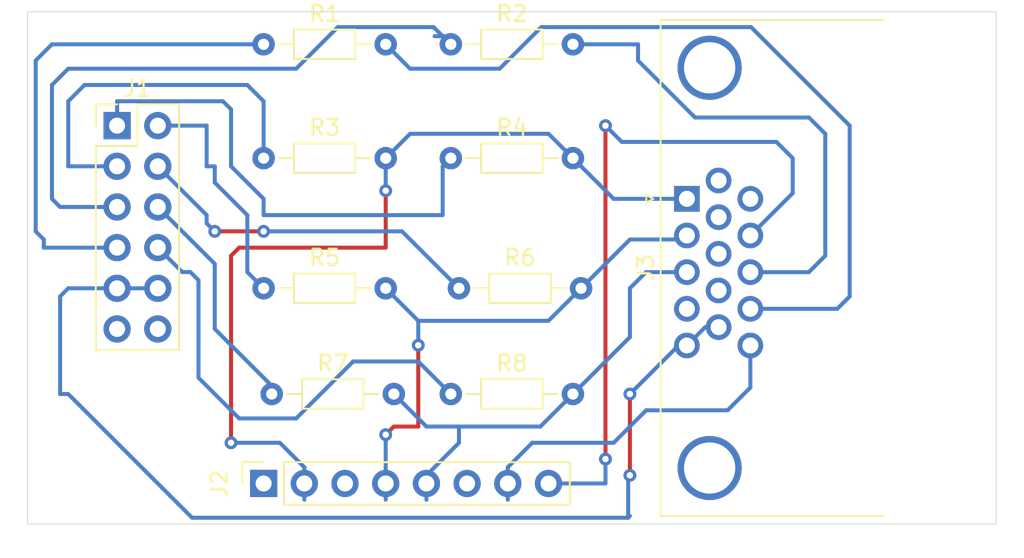
<source format=kicad_pcb>
(kicad_pcb (version 20171130) (host pcbnew 5.1.6-c6e7f7d~86~ubuntu16.04.1)

  (general
    (thickness 1.6)
    (drawings 4)
    (tracks 151)
    (zones 0)
    (modules 11)
    (nets 23)
  )

  (page A4)
  (layers
    (0 F.Cu signal)
    (31 B.Cu signal)
    (32 B.Adhes user)
    (33 F.Adhes user)
    (34 B.Paste user)
    (35 F.Paste user)
    (36 B.SilkS user)
    (37 F.SilkS user)
    (38 B.Mask user)
    (39 F.Mask user)
    (40 Dwgs.User user)
    (41 Cmts.User user)
    (42 Eco1.User user)
    (43 Eco2.User user)
    (44 Edge.Cuts user)
    (45 Margin user)
    (46 B.CrtYd user)
    (47 F.CrtYd user)
    (48 B.Fab user)
    (49 F.Fab user)
  )

  (setup
    (last_trace_width 0.25)
    (trace_clearance 0.25)
    (zone_clearance 0.508)
    (zone_45_only no)
    (trace_min 0.2)
    (via_size 0.8)
    (via_drill 0.4)
    (via_min_size 0.4)
    (via_min_drill 0.3)
    (uvia_size 0.3)
    (uvia_drill 0.1)
    (uvias_allowed no)
    (uvia_min_size 0.2)
    (uvia_min_drill 0.1)
    (edge_width 0.05)
    (segment_width 0.2)
    (pcb_text_width 0.3)
    (pcb_text_size 1.5 1.5)
    (mod_edge_width 0.12)
    (mod_text_size 1 1)
    (mod_text_width 0.15)
    (pad_size 1.524 1.524)
    (pad_drill 0.762)
    (pad_to_mask_clearance 0.05)
    (aux_axis_origin 0 0)
    (visible_elements FFFFFF7F)
    (pcbplotparams
      (layerselection 0x010fc_ffffffff)
      (usegerberextensions false)
      (usegerberattributes true)
      (usegerberadvancedattributes true)
      (creategerberjobfile true)
      (excludeedgelayer true)
      (linewidth 0.100000)
      (plotframeref false)
      (viasonmask false)
      (mode 1)
      (useauxorigin false)
      (hpglpennumber 1)
      (hpglpenspeed 20)
      (hpglpendiameter 15.000000)
      (psnegative false)
      (psa4output false)
      (plotreference true)
      (plotvalue true)
      (plotinvisibletext false)
      (padsonsilk false)
      (subtractmaskfromsilk false)
      (outputformat 1)
      (mirror false)
      (drillshape 1)
      (scaleselection 1)
      (outputdirectory ""))
  )

  (net 0 "")
  (net 1 "Net-(J1-Pad12)")
  (net 2 "Net-(J1-Pad11)")
  (net 3 GND)
  (net 4 "Net-(J1-Pad8)")
  (net 5 "Net-(J1-Pad7)")
  (net 6 "Net-(J1-Pad6)")
  (net 7 "Net-(J1-Pad5)")
  (net 8 "Net-(J1-Pad4)")
  (net 9 "Net-(J1-Pad3)")
  (net 10 "Net-(J1-Pad2)")
  (net 11 "Net-(J1-Pad1)")
  (net 12 "Net-(J2-Pad8)")
  (net 13 "Net-(J2-Pad7)")
  (net 14 "Net-(J2-Pad5)")
  (net 15 "Net-(J2-Pad3)")
  (net 16 "Net-(J2-Pad1)")
  (net 17 "Net-(J3-Pad0)")
  (net 18 "Net-(J3-Pad14)")
  (net 19 "Net-(J3-Pad13)")
  (net 20 "Net-(J3-Pad11)")
  (net 21 "Net-(J3-Pad9)")
  (net 22 "Net-(J3-Pad4)")

  (net_class Default "This is the default net class."
    (clearance 0.25)
    (trace_width 0.25)
    (via_dia 0.8)
    (via_drill 0.4)
    (uvia_dia 0.3)
    (uvia_drill 0.1)
    (add_net GND)
    (add_net "Net-(J1-Pad1)")
    (add_net "Net-(J1-Pad11)")
    (add_net "Net-(J1-Pad12)")
    (add_net "Net-(J1-Pad2)")
    (add_net "Net-(J1-Pad3)")
    (add_net "Net-(J1-Pad4)")
    (add_net "Net-(J1-Pad5)")
    (add_net "Net-(J1-Pad6)")
    (add_net "Net-(J1-Pad7)")
    (add_net "Net-(J1-Pad8)")
    (add_net "Net-(J2-Pad1)")
    (add_net "Net-(J2-Pad3)")
    (add_net "Net-(J2-Pad5)")
    (add_net "Net-(J2-Pad7)")
    (add_net "Net-(J2-Pad8)")
    (add_net "Net-(J3-Pad0)")
    (add_net "Net-(J3-Pad11)")
    (add_net "Net-(J3-Pad13)")
    (add_net "Net-(J3-Pad14)")
    (add_net "Net-(J3-Pad4)")
    (add_net "Net-(J3-Pad9)")
  )

  (module Connector_Dsub:DSUB-15-HD_Female_Horizontal_P2.29x1.98mm_EdgePinOffset8.35mm_Housed_MountingHolesOffset10.89mm (layer F.Cu) (tedit 59FEDEE2) (tstamp 5F5C9BE6)
    (at 193.548 97.536 90)
    (descr "15-pin D-Sub connector, horizontal/angled (90 deg), THT-mount, female, pitch 2.29x1.98mm, pin-PCB-offset 8.35mm, distance of mounting holes 25mm, distance of mounting holes to PCB edge 10.889999999999999mm, see https://disti-assets.s3.amazonaws.com/tonar/files/datasheets/16730.pdf")
    (tags "15-pin D-Sub connector horizontal angled 90deg THT female pitch 2.29x1.98mm pin-PCB-offset 8.35mm mounting-holes-distance 25mm mounting-hole-offset 25mm")
    (path /5F5BB399)
    (fp_text reference J3 (at -4.315 -2.58 90) (layer F.SilkS)
      (effects (font (size 1 1) (thickness 0.15)))
    )
    (fp_text value DB15_Female_HighDensity_MountingHoles (at -4.315 20.21 90) (layer F.Fab)
      (effects (font (size 1 1) (thickness 0.15)))
    )
    (fp_line (start 11.65 -2.1) (end -20.25 -2.1) (layer F.CrtYd) (width 0.05))
    (fp_line (start 11.65 19.25) (end 11.65 -2.1) (layer F.CrtYd) (width 0.05))
    (fp_line (start -20.25 19.25) (end 11.65 19.25) (layer F.CrtYd) (width 0.05))
    (fp_line (start -20.25 -2.1) (end -20.25 19.25) (layer F.CrtYd) (width 0.05))
    (fp_line (start 0 -2.101325) (end -0.25 -2.534338) (layer F.SilkS) (width 0.12))
    (fp_line (start 0.25 -2.534338) (end 0 -2.101325) (layer F.SilkS) (width 0.12))
    (fp_line (start -0.25 -2.534338) (end 0.25 -2.534338) (layer F.SilkS) (width 0.12))
    (fp_line (start 11.17 -1.64) (end 11.17 12.25) (layer F.SilkS) (width 0.12))
    (fp_line (start -19.8 -1.64) (end 11.17 -1.64) (layer F.SilkS) (width 0.12))
    (fp_line (start -19.8 12.25) (end -19.8 -1.64) (layer F.SilkS) (width 0.12))
    (fp_line (start 9.785 12.31) (end 9.785 1.42) (layer F.Fab) (width 0.1))
    (fp_line (start 6.585 12.31) (end 6.585 1.42) (layer F.Fab) (width 0.1))
    (fp_line (start -15.215 12.31) (end -15.215 1.42) (layer F.Fab) (width 0.1))
    (fp_line (start -18.415 12.31) (end -18.415 1.42) (layer F.Fab) (width 0.1))
    (fp_line (start 10.685 12.71) (end 5.685 12.71) (layer F.Fab) (width 0.1))
    (fp_line (start 10.685 17.71) (end 10.685 12.71) (layer F.Fab) (width 0.1))
    (fp_line (start 5.685 17.71) (end 10.685 17.71) (layer F.Fab) (width 0.1))
    (fp_line (start 5.685 12.71) (end 5.685 17.71) (layer F.Fab) (width 0.1))
    (fp_line (start -14.315 12.71) (end -19.315 12.71) (layer F.Fab) (width 0.1))
    (fp_line (start -14.315 17.71) (end -14.315 12.71) (layer F.Fab) (width 0.1))
    (fp_line (start -19.315 17.71) (end -14.315 17.71) (layer F.Fab) (width 0.1))
    (fp_line (start -19.315 12.71) (end -19.315 17.71) (layer F.Fab) (width 0.1))
    (fp_line (start 3.835 12.71) (end -12.465 12.71) (layer F.Fab) (width 0.1))
    (fp_line (start 3.835 18.71) (end 3.835 12.71) (layer F.Fab) (width 0.1))
    (fp_line (start -12.465 18.71) (end 3.835 18.71) (layer F.Fab) (width 0.1))
    (fp_line (start -12.465 12.71) (end -12.465 18.71) (layer F.Fab) (width 0.1))
    (fp_line (start 11.11 12.31) (end -19.74 12.31) (layer F.Fab) (width 0.1))
    (fp_line (start 11.11 12.71) (end 11.11 12.31) (layer F.Fab) (width 0.1))
    (fp_line (start -19.74 12.71) (end 11.11 12.71) (layer F.Fab) (width 0.1))
    (fp_line (start -19.74 12.31) (end -19.74 12.71) (layer F.Fab) (width 0.1))
    (fp_line (start 11.11 -1.58) (end -19.74 -1.58) (layer F.Fab) (width 0.1))
    (fp_line (start 11.11 12.31) (end 11.11 -1.58) (layer F.Fab) (width 0.1))
    (fp_line (start -19.74 12.31) (end 11.11 12.31) (layer F.Fab) (width 0.1))
    (fp_line (start -19.74 -1.58) (end -19.74 12.31) (layer F.Fab) (width 0.1))
    (fp_text user %R (at -4.315 15.71 90) (layer F.Fab)
      (effects (font (size 1 1) (thickness 0.15)))
    )
    (fp_arc (start 8.185 1.42) (end 6.585 1.42) (angle 180) (layer F.Fab) (width 0.1))
    (fp_arc (start -16.815 1.42) (end -18.415 1.42) (angle 180) (layer F.Fab) (width 0.1))
    (pad 0 thru_hole circle (at 8.185 1.42 90) (size 4 4) (drill 3.2) (layers *.Cu *.Mask)
      (net 17 "Net-(J3-Pad0)"))
    (pad 0 thru_hole circle (at -16.815 1.42 90) (size 4 4) (drill 3.2) (layers *.Cu *.Mask)
      (net 17 "Net-(J3-Pad0)"))
    (pad 15 thru_hole circle (at -9.16 3.96 90) (size 1.6 1.6) (drill 1) (layers *.Cu *.Mask)
      (net 13 "Net-(J2-Pad7)"))
    (pad 14 thru_hole circle (at -6.87 3.96 90) (size 1.6 1.6) (drill 1) (layers *.Cu *.Mask)
      (net 18 "Net-(J3-Pad14)"))
    (pad 13 thru_hole circle (at -4.58 3.96 90) (size 1.6 1.6) (drill 1) (layers *.Cu *.Mask)
      (net 19 "Net-(J3-Pad13)"))
    (pad 12 thru_hole circle (at -2.29 3.96 90) (size 1.6 1.6) (drill 1) (layers *.Cu *.Mask)
      (net 12 "Net-(J2-Pad8)"))
    (pad 11 thru_hole circle (at 0 3.96 90) (size 1.6 1.6) (drill 1) (layers *.Cu *.Mask)
      (net 20 "Net-(J3-Pad11)"))
    (pad 10 thru_hole circle (at -8.015 1.98 90) (size 1.6 1.6) (drill 1) (layers *.Cu *.Mask)
      (net 3 GND))
    (pad 9 thru_hole circle (at -5.725 1.98 90) (size 1.6 1.6) (drill 1) (layers *.Cu *.Mask)
      (net 21 "Net-(J3-Pad9)"))
    (pad 8 thru_hole circle (at -3.435 1.98 90) (size 1.6 1.6) (drill 1) (layers *.Cu *.Mask)
      (net 3 GND))
    (pad 7 thru_hole circle (at -1.145 1.98 90) (size 1.6 1.6) (drill 1) (layers *.Cu *.Mask)
      (net 3 GND))
    (pad 6 thru_hole circle (at 1.145 1.98 90) (size 1.6 1.6) (drill 1) (layers *.Cu *.Mask)
      (net 3 GND))
    (pad 5 thru_hole circle (at -9.16 0 90) (size 1.6 1.6) (drill 1) (layers *.Cu *.Mask)
      (net 3 GND))
    (pad 4 thru_hole circle (at -6.87 0 90) (size 1.6 1.6) (drill 1) (layers *.Cu *.Mask)
      (net 22 "Net-(J3-Pad4)"))
    (pad 3 thru_hole circle (at -4.58 0 90) (size 1.6 1.6) (drill 1) (layers *.Cu *.Mask)
      (net 14 "Net-(J2-Pad5)"))
    (pad 2 thru_hole circle (at -2.29 0 90) (size 1.6 1.6) (drill 1) (layers *.Cu *.Mask)
      (net 15 "Net-(J2-Pad3)"))
    (pad 1 thru_hole rect (at 0 0 90) (size 1.6 1.6) (drill 1) (layers *.Cu *.Mask)
      (net 16 "Net-(J2-Pad1)"))
    (model ${KISYS3DMOD}/Connector_Dsub.3dshapes/DSUB-15-HD_Female_Horizontal_P2.29x1.98mm_EdgePinOffset8.35mm_Housed_MountingHolesOffset10.89mm.wrl
      (at (xyz 0 0 0))
      (scale (xyz 1 1 1))
      (rotate (xyz 0 0 0))
    )
  )

  (module Resistor_THT:R_Axial_DIN0204_L3.6mm_D1.6mm_P7.62mm_Horizontal (layer F.Cu) (tedit 5AE5139B) (tstamp 5F5C9C9E)
    (at 178.816 109.728)
    (descr "Resistor, Axial_DIN0204 series, Axial, Horizontal, pin pitch=7.62mm, 0.167W, length*diameter=3.6*1.6mm^2, http://cdn-reichelt.de/documents/datenblatt/B400/1_4W%23YAG.pdf")
    (tags "Resistor Axial_DIN0204 series Axial Horizontal pin pitch 7.62mm 0.167W length 3.6mm diameter 1.6mm")
    (path /5F5BEA3C)
    (fp_text reference R8 (at 3.81 -1.92) (layer F.SilkS)
      (effects (font (size 1 1) (thickness 0.15)))
    )
    (fp_text value 1000 (at 3.81 1.92) (layer F.Fab)
      (effects (font (size 1 1) (thickness 0.15)))
    )
    (fp_line (start 8.57 -1.05) (end -0.95 -1.05) (layer F.CrtYd) (width 0.05))
    (fp_line (start 8.57 1.05) (end 8.57 -1.05) (layer F.CrtYd) (width 0.05))
    (fp_line (start -0.95 1.05) (end 8.57 1.05) (layer F.CrtYd) (width 0.05))
    (fp_line (start -0.95 -1.05) (end -0.95 1.05) (layer F.CrtYd) (width 0.05))
    (fp_line (start 6.68 0) (end 5.73 0) (layer F.SilkS) (width 0.12))
    (fp_line (start 0.94 0) (end 1.89 0) (layer F.SilkS) (width 0.12))
    (fp_line (start 5.73 -0.92) (end 1.89 -0.92) (layer F.SilkS) (width 0.12))
    (fp_line (start 5.73 0.92) (end 5.73 -0.92) (layer F.SilkS) (width 0.12))
    (fp_line (start 1.89 0.92) (end 5.73 0.92) (layer F.SilkS) (width 0.12))
    (fp_line (start 1.89 -0.92) (end 1.89 0.92) (layer F.SilkS) (width 0.12))
    (fp_line (start 7.62 0) (end 5.61 0) (layer F.Fab) (width 0.1))
    (fp_line (start 0 0) (end 2.01 0) (layer F.Fab) (width 0.1))
    (fp_line (start 5.61 -0.8) (end 2.01 -0.8) (layer F.Fab) (width 0.1))
    (fp_line (start 5.61 0.8) (end 5.61 -0.8) (layer F.Fab) (width 0.1))
    (fp_line (start 2.01 0.8) (end 5.61 0.8) (layer F.Fab) (width 0.1))
    (fp_line (start 2.01 -0.8) (end 2.01 0.8) (layer F.Fab) (width 0.1))
    (fp_text user %R (at 3.81 0) (layer F.Fab)
      (effects (font (size 0.72 0.72) (thickness 0.108)))
    )
    (pad 2 thru_hole oval (at 7.62 0) (size 1.4 1.4) (drill 0.7) (layers *.Cu *.Mask)
      (net 14 "Net-(J2-Pad5)"))
    (pad 1 thru_hole circle (at 0 0) (size 1.4 1.4) (drill 0.7) (layers *.Cu *.Mask)
      (net 4 "Net-(J1-Pad8)"))
    (model ${KISYS3DMOD}/Resistor_THT.3dshapes/R_Axial_DIN0204_L3.6mm_D1.6mm_P7.62mm_Horizontal.wrl
      (at (xyz 0 0 0))
      (scale (xyz 1 1 1))
      (rotate (xyz 0 0 0))
    )
  )

  (module Resistor_THT:R_Axial_DIN0204_L3.6mm_D1.6mm_P7.62mm_Horizontal (layer F.Cu) (tedit 5AE5139B) (tstamp 5F5CA7E9)
    (at 167.64 109.728)
    (descr "Resistor, Axial_DIN0204 series, Axial, Horizontal, pin pitch=7.62mm, 0.167W, length*diameter=3.6*1.6mm^2, http://cdn-reichelt.de/documents/datenblatt/B400/1_4W%23YAG.pdf")
    (tags "Resistor Axial_DIN0204 series Axial Horizontal pin pitch 7.62mm 0.167W length 3.6mm diameter 1.6mm")
    (path /5F5BDFAE)
    (fp_text reference R7 (at 3.81 -1.92) (layer F.SilkS)
      (effects (font (size 1 1) (thickness 0.15)))
    )
    (fp_text value 510 (at 3.81 1.92) (layer F.Fab)
      (effects (font (size 1 1) (thickness 0.15)))
    )
    (fp_line (start 8.57 -1.05) (end -0.95 -1.05) (layer F.CrtYd) (width 0.05))
    (fp_line (start 8.57 1.05) (end 8.57 -1.05) (layer F.CrtYd) (width 0.05))
    (fp_line (start -0.95 1.05) (end 8.57 1.05) (layer F.CrtYd) (width 0.05))
    (fp_line (start -0.95 -1.05) (end -0.95 1.05) (layer F.CrtYd) (width 0.05))
    (fp_line (start 6.68 0) (end 5.73 0) (layer F.SilkS) (width 0.12))
    (fp_line (start 0.94 0) (end 1.89 0) (layer F.SilkS) (width 0.12))
    (fp_line (start 5.73 -0.92) (end 1.89 -0.92) (layer F.SilkS) (width 0.12))
    (fp_line (start 5.73 0.92) (end 5.73 -0.92) (layer F.SilkS) (width 0.12))
    (fp_line (start 1.89 0.92) (end 5.73 0.92) (layer F.SilkS) (width 0.12))
    (fp_line (start 1.89 -0.92) (end 1.89 0.92) (layer F.SilkS) (width 0.12))
    (fp_line (start 7.62 0) (end 5.61 0) (layer F.Fab) (width 0.1))
    (fp_line (start 0 0) (end 2.01 0) (layer F.Fab) (width 0.1))
    (fp_line (start 5.61 -0.8) (end 2.01 -0.8) (layer F.Fab) (width 0.1))
    (fp_line (start 5.61 0.8) (end 5.61 -0.8) (layer F.Fab) (width 0.1))
    (fp_line (start 2.01 0.8) (end 5.61 0.8) (layer F.Fab) (width 0.1))
    (fp_line (start 2.01 -0.8) (end 2.01 0.8) (layer F.Fab) (width 0.1))
    (fp_text user %R (at 3.81 0) (layer F.Fab)
      (effects (font (size 0.72 0.72) (thickness 0.108)))
    )
    (pad 2 thru_hole oval (at 7.62 0) (size 1.4 1.4) (drill 0.7) (layers *.Cu *.Mask)
      (net 14 "Net-(J2-Pad5)"))
    (pad 1 thru_hole circle (at 0 0) (size 1.4 1.4) (drill 0.7) (layers *.Cu *.Mask)
      (net 6 "Net-(J1-Pad6)"))
    (model ${KISYS3DMOD}/Resistor_THT.3dshapes/R_Axial_DIN0204_L3.6mm_D1.6mm_P7.62mm_Horizontal.wrl
      (at (xyz 0 0 0))
      (scale (xyz 1 1 1))
      (rotate (xyz 0 0 0))
    )
  )

  (module Resistor_THT:R_Axial_DIN0204_L3.6mm_D1.6mm_P7.62mm_Horizontal (layer F.Cu) (tedit 5AE5139B) (tstamp 5F5C9C70)
    (at 179.324 103.124)
    (descr "Resistor, Axial_DIN0204 series, Axial, Horizontal, pin pitch=7.62mm, 0.167W, length*diameter=3.6*1.6mm^2, http://cdn-reichelt.de/documents/datenblatt/B400/1_4W%23YAG.pdf")
    (tags "Resistor Axial_DIN0204 series Axial Horizontal pin pitch 7.62mm 0.167W length 3.6mm diameter 1.6mm")
    (path /5F5BD07A)
    (fp_text reference R6 (at 3.81 -1.92) (layer F.SilkS)
      (effects (font (size 1 1) (thickness 0.15)))
    )
    (fp_text value 1000 (at 3.81 1.92) (layer F.Fab)
      (effects (font (size 1 1) (thickness 0.15)))
    )
    (fp_line (start 8.57 -1.05) (end -0.95 -1.05) (layer F.CrtYd) (width 0.05))
    (fp_line (start 8.57 1.05) (end 8.57 -1.05) (layer F.CrtYd) (width 0.05))
    (fp_line (start -0.95 1.05) (end 8.57 1.05) (layer F.CrtYd) (width 0.05))
    (fp_line (start -0.95 -1.05) (end -0.95 1.05) (layer F.CrtYd) (width 0.05))
    (fp_line (start 6.68 0) (end 5.73 0) (layer F.SilkS) (width 0.12))
    (fp_line (start 0.94 0) (end 1.89 0) (layer F.SilkS) (width 0.12))
    (fp_line (start 5.73 -0.92) (end 1.89 -0.92) (layer F.SilkS) (width 0.12))
    (fp_line (start 5.73 0.92) (end 5.73 -0.92) (layer F.SilkS) (width 0.12))
    (fp_line (start 1.89 0.92) (end 5.73 0.92) (layer F.SilkS) (width 0.12))
    (fp_line (start 1.89 -0.92) (end 1.89 0.92) (layer F.SilkS) (width 0.12))
    (fp_line (start 7.62 0) (end 5.61 0) (layer F.Fab) (width 0.1))
    (fp_line (start 0 0) (end 2.01 0) (layer F.Fab) (width 0.1))
    (fp_line (start 5.61 -0.8) (end 2.01 -0.8) (layer F.Fab) (width 0.1))
    (fp_line (start 5.61 0.8) (end 5.61 -0.8) (layer F.Fab) (width 0.1))
    (fp_line (start 2.01 0.8) (end 5.61 0.8) (layer F.Fab) (width 0.1))
    (fp_line (start 2.01 -0.8) (end 2.01 0.8) (layer F.Fab) (width 0.1))
    (fp_text user %R (at 3.81 0) (layer F.Fab)
      (effects (font (size 0.72 0.72) (thickness 0.108)))
    )
    (pad 2 thru_hole oval (at 7.62 0) (size 1.4 1.4) (drill 0.7) (layers *.Cu *.Mask)
      (net 15 "Net-(J2-Pad3)"))
    (pad 1 thru_hole circle (at 0 0) (size 1.4 1.4) (drill 0.7) (layers *.Cu *.Mask)
      (net 8 "Net-(J1-Pad4)"))
    (model ${KISYS3DMOD}/Resistor_THT.3dshapes/R_Axial_DIN0204_L3.6mm_D1.6mm_P7.62mm_Horizontal.wrl
      (at (xyz 0 0 0))
      (scale (xyz 1 1 1))
      (rotate (xyz 0 0 0))
    )
  )

  (module Resistor_THT:R_Axial_DIN0204_L3.6mm_D1.6mm_P7.62mm_Horizontal (layer F.Cu) (tedit 5AE5139B) (tstamp 5F5C9C59)
    (at 167.132 103.124)
    (descr "Resistor, Axial_DIN0204 series, Axial, Horizontal, pin pitch=7.62mm, 0.167W, length*diameter=3.6*1.6mm^2, http://cdn-reichelt.de/documents/datenblatt/B400/1_4W%23YAG.pdf")
    (tags "Resistor Axial_DIN0204 series Axial Horizontal pin pitch 7.62mm 0.167W length 3.6mm diameter 1.6mm")
    (path /5F5BD7CB)
    (fp_text reference R5 (at 3.81 -1.92) (layer F.SilkS)
      (effects (font (size 1 1) (thickness 0.15)))
    )
    (fp_text value 510 (at 3.81 1.92) (layer F.Fab)
      (effects (font (size 1 1) (thickness 0.15)))
    )
    (fp_line (start 8.57 -1.05) (end -0.95 -1.05) (layer F.CrtYd) (width 0.05))
    (fp_line (start 8.57 1.05) (end 8.57 -1.05) (layer F.CrtYd) (width 0.05))
    (fp_line (start -0.95 1.05) (end 8.57 1.05) (layer F.CrtYd) (width 0.05))
    (fp_line (start -0.95 -1.05) (end -0.95 1.05) (layer F.CrtYd) (width 0.05))
    (fp_line (start 6.68 0) (end 5.73 0) (layer F.SilkS) (width 0.12))
    (fp_line (start 0.94 0) (end 1.89 0) (layer F.SilkS) (width 0.12))
    (fp_line (start 5.73 -0.92) (end 1.89 -0.92) (layer F.SilkS) (width 0.12))
    (fp_line (start 5.73 0.92) (end 5.73 -0.92) (layer F.SilkS) (width 0.12))
    (fp_line (start 1.89 0.92) (end 5.73 0.92) (layer F.SilkS) (width 0.12))
    (fp_line (start 1.89 -0.92) (end 1.89 0.92) (layer F.SilkS) (width 0.12))
    (fp_line (start 7.62 0) (end 5.61 0) (layer F.Fab) (width 0.1))
    (fp_line (start 0 0) (end 2.01 0) (layer F.Fab) (width 0.1))
    (fp_line (start 5.61 -0.8) (end 2.01 -0.8) (layer F.Fab) (width 0.1))
    (fp_line (start 5.61 0.8) (end 5.61 -0.8) (layer F.Fab) (width 0.1))
    (fp_line (start 2.01 0.8) (end 5.61 0.8) (layer F.Fab) (width 0.1))
    (fp_line (start 2.01 -0.8) (end 2.01 0.8) (layer F.Fab) (width 0.1))
    (fp_text user %R (at 3.81 0) (layer F.Fab)
      (effects (font (size 0.72 0.72) (thickness 0.108)))
    )
    (pad 2 thru_hole oval (at 7.62 0) (size 1.4 1.4) (drill 0.7) (layers *.Cu *.Mask)
      (net 15 "Net-(J2-Pad3)"))
    (pad 1 thru_hole circle (at 0 0) (size 1.4 1.4) (drill 0.7) (layers *.Cu *.Mask)
      (net 10 "Net-(J1-Pad2)"))
    (model ${KISYS3DMOD}/Resistor_THT.3dshapes/R_Axial_DIN0204_L3.6mm_D1.6mm_P7.62mm_Horizontal.wrl
      (at (xyz 0 0 0))
      (scale (xyz 1 1 1))
      (rotate (xyz 0 0 0))
    )
  )

  (module Resistor_THT:R_Axial_DIN0204_L3.6mm_D1.6mm_P7.62mm_Horizontal (layer F.Cu) (tedit 5AE5139B) (tstamp 5F5C9C42)
    (at 178.816 94.996)
    (descr "Resistor, Axial_DIN0204 series, Axial, Horizontal, pin pitch=7.62mm, 0.167W, length*diameter=3.6*1.6mm^2, http://cdn-reichelt.de/documents/datenblatt/B400/1_4W%23YAG.pdf")
    (tags "Resistor Axial_DIN0204 series Axial Horizontal pin pitch 7.62mm 0.167W length 3.6mm diameter 1.6mm")
    (path /5F5BDCBE)
    (fp_text reference R4 (at 3.81 -1.92) (layer F.SilkS)
      (effects (font (size 1 1) (thickness 0.15)))
    )
    (fp_text value 1000 (at 3.81 1.92) (layer F.Fab)
      (effects (font (size 1 1) (thickness 0.15)))
    )
    (fp_line (start 8.57 -1.05) (end -0.95 -1.05) (layer F.CrtYd) (width 0.05))
    (fp_line (start 8.57 1.05) (end 8.57 -1.05) (layer F.CrtYd) (width 0.05))
    (fp_line (start -0.95 1.05) (end 8.57 1.05) (layer F.CrtYd) (width 0.05))
    (fp_line (start -0.95 -1.05) (end -0.95 1.05) (layer F.CrtYd) (width 0.05))
    (fp_line (start 6.68 0) (end 5.73 0) (layer F.SilkS) (width 0.12))
    (fp_line (start 0.94 0) (end 1.89 0) (layer F.SilkS) (width 0.12))
    (fp_line (start 5.73 -0.92) (end 1.89 -0.92) (layer F.SilkS) (width 0.12))
    (fp_line (start 5.73 0.92) (end 5.73 -0.92) (layer F.SilkS) (width 0.12))
    (fp_line (start 1.89 0.92) (end 5.73 0.92) (layer F.SilkS) (width 0.12))
    (fp_line (start 1.89 -0.92) (end 1.89 0.92) (layer F.SilkS) (width 0.12))
    (fp_line (start 7.62 0) (end 5.61 0) (layer F.Fab) (width 0.1))
    (fp_line (start 0 0) (end 2.01 0) (layer F.Fab) (width 0.1))
    (fp_line (start 5.61 -0.8) (end 2.01 -0.8) (layer F.Fab) (width 0.1))
    (fp_line (start 5.61 0.8) (end 5.61 -0.8) (layer F.Fab) (width 0.1))
    (fp_line (start 2.01 0.8) (end 5.61 0.8) (layer F.Fab) (width 0.1))
    (fp_line (start 2.01 -0.8) (end 2.01 0.8) (layer F.Fab) (width 0.1))
    (fp_text user %R (at 3.81 0) (layer F.Fab)
      (effects (font (size 0.72 0.72) (thickness 0.108)))
    )
    (pad 2 thru_hole oval (at 7.62 0) (size 1.4 1.4) (drill 0.7) (layers *.Cu *.Mask)
      (net 16 "Net-(J2-Pad1)"))
    (pad 1 thru_hole circle (at 0 0) (size 1.4 1.4) (drill 0.7) (layers *.Cu *.Mask)
      (net 11 "Net-(J1-Pad1)"))
    (model ${KISYS3DMOD}/Resistor_THT.3dshapes/R_Axial_DIN0204_L3.6mm_D1.6mm_P7.62mm_Horizontal.wrl
      (at (xyz 0 0 0))
      (scale (xyz 1 1 1))
      (rotate (xyz 0 0 0))
    )
  )

  (module Resistor_THT:R_Axial_DIN0204_L3.6mm_D1.6mm_P7.62mm_Horizontal (layer F.Cu) (tedit 5AE5139B) (tstamp 5F5C9C2B)
    (at 167.132 94.996)
    (descr "Resistor, Axial_DIN0204 series, Axial, Horizontal, pin pitch=7.62mm, 0.167W, length*diameter=3.6*1.6mm^2, http://cdn-reichelt.de/documents/datenblatt/B400/1_4W%23YAG.pdf")
    (tags "Resistor Axial_DIN0204 series Axial Horizontal pin pitch 7.62mm 0.167W length 3.6mm diameter 1.6mm")
    (path /5F5BE762)
    (fp_text reference R3 (at 3.81 -1.92) (layer F.SilkS)
      (effects (font (size 1 1) (thickness 0.15)))
    )
    (fp_text value 510 (at 3.81 1.92) (layer F.Fab)
      (effects (font (size 1 1) (thickness 0.15)))
    )
    (fp_line (start 8.57 -1.05) (end -0.95 -1.05) (layer F.CrtYd) (width 0.05))
    (fp_line (start 8.57 1.05) (end 8.57 -1.05) (layer F.CrtYd) (width 0.05))
    (fp_line (start -0.95 1.05) (end 8.57 1.05) (layer F.CrtYd) (width 0.05))
    (fp_line (start -0.95 -1.05) (end -0.95 1.05) (layer F.CrtYd) (width 0.05))
    (fp_line (start 6.68 0) (end 5.73 0) (layer F.SilkS) (width 0.12))
    (fp_line (start 0.94 0) (end 1.89 0) (layer F.SilkS) (width 0.12))
    (fp_line (start 5.73 -0.92) (end 1.89 -0.92) (layer F.SilkS) (width 0.12))
    (fp_line (start 5.73 0.92) (end 5.73 -0.92) (layer F.SilkS) (width 0.12))
    (fp_line (start 1.89 0.92) (end 5.73 0.92) (layer F.SilkS) (width 0.12))
    (fp_line (start 1.89 -0.92) (end 1.89 0.92) (layer F.SilkS) (width 0.12))
    (fp_line (start 7.62 0) (end 5.61 0) (layer F.Fab) (width 0.1))
    (fp_line (start 0 0) (end 2.01 0) (layer F.Fab) (width 0.1))
    (fp_line (start 5.61 -0.8) (end 2.01 -0.8) (layer F.Fab) (width 0.1))
    (fp_line (start 5.61 0.8) (end 5.61 -0.8) (layer F.Fab) (width 0.1))
    (fp_line (start 2.01 0.8) (end 5.61 0.8) (layer F.Fab) (width 0.1))
    (fp_line (start 2.01 -0.8) (end 2.01 0.8) (layer F.Fab) (width 0.1))
    (fp_text user %R (at 3.81 0) (layer F.Fab)
      (effects (font (size 0.72 0.72) (thickness 0.108)))
    )
    (pad 2 thru_hole oval (at 7.62 0) (size 1.4 1.4) (drill 0.7) (layers *.Cu *.Mask)
      (net 16 "Net-(J2-Pad1)"))
    (pad 1 thru_hole circle (at 0 0) (size 1.4 1.4) (drill 0.7) (layers *.Cu *.Mask)
      (net 9 "Net-(J1-Pad3)"))
    (model ${KISYS3DMOD}/Resistor_THT.3dshapes/R_Axial_DIN0204_L3.6mm_D1.6mm_P7.62mm_Horizontal.wrl
      (at (xyz 0 0 0))
      (scale (xyz 1 1 1))
      (rotate (xyz 0 0 0))
    )
  )

  (module Resistor_THT:R_Axial_DIN0204_L3.6mm_D1.6mm_P7.62mm_Horizontal (layer F.Cu) (tedit 5AE5139B) (tstamp 5F5C9C14)
    (at 178.816 87.884)
    (descr "Resistor, Axial_DIN0204 series, Axial, Horizontal, pin pitch=7.62mm, 0.167W, length*diameter=3.6*1.6mm^2, http://cdn-reichelt.de/documents/datenblatt/B400/1_4W%23YAG.pdf")
    (tags "Resistor Axial_DIN0204 series Axial Horizontal pin pitch 7.62mm 0.167W length 3.6mm diameter 1.6mm")
    (path /5F5BCAD4)
    (fp_text reference R2 (at 3.81 -1.92) (layer F.SilkS)
      (effects (font (size 1 1) (thickness 0.15)))
    )
    (fp_text value 100 (at 3.81 1.92) (layer F.Fab)
      (effects (font (size 1 1) (thickness 0.15)))
    )
    (fp_line (start 8.57 -1.05) (end -0.95 -1.05) (layer F.CrtYd) (width 0.05))
    (fp_line (start 8.57 1.05) (end 8.57 -1.05) (layer F.CrtYd) (width 0.05))
    (fp_line (start -0.95 1.05) (end 8.57 1.05) (layer F.CrtYd) (width 0.05))
    (fp_line (start -0.95 -1.05) (end -0.95 1.05) (layer F.CrtYd) (width 0.05))
    (fp_line (start 6.68 0) (end 5.73 0) (layer F.SilkS) (width 0.12))
    (fp_line (start 0.94 0) (end 1.89 0) (layer F.SilkS) (width 0.12))
    (fp_line (start 5.73 -0.92) (end 1.89 -0.92) (layer F.SilkS) (width 0.12))
    (fp_line (start 5.73 0.92) (end 5.73 -0.92) (layer F.SilkS) (width 0.12))
    (fp_line (start 1.89 0.92) (end 5.73 0.92) (layer F.SilkS) (width 0.12))
    (fp_line (start 1.89 -0.92) (end 1.89 0.92) (layer F.SilkS) (width 0.12))
    (fp_line (start 7.62 0) (end 5.61 0) (layer F.Fab) (width 0.1))
    (fp_line (start 0 0) (end 2.01 0) (layer F.Fab) (width 0.1))
    (fp_line (start 5.61 -0.8) (end 2.01 -0.8) (layer F.Fab) (width 0.1))
    (fp_line (start 5.61 0.8) (end 5.61 -0.8) (layer F.Fab) (width 0.1))
    (fp_line (start 2.01 0.8) (end 5.61 0.8) (layer F.Fab) (width 0.1))
    (fp_line (start 2.01 -0.8) (end 2.01 0.8) (layer F.Fab) (width 0.1))
    (fp_text user %R (at 3.81 0) (layer F.Fab)
      (effects (font (size 0.72 0.72) (thickness 0.108)))
    )
    (pad 2 thru_hole oval (at 7.62 0) (size 1.4 1.4) (drill 0.7) (layers *.Cu *.Mask)
      (net 19 "Net-(J3-Pad13)"))
    (pad 1 thru_hole circle (at 0 0) (size 1.4 1.4) (drill 0.7) (layers *.Cu *.Mask)
      (net 7 "Net-(J1-Pad5)"))
    (model ${KISYS3DMOD}/Resistor_THT.3dshapes/R_Axial_DIN0204_L3.6mm_D1.6mm_P7.62mm_Horizontal.wrl
      (at (xyz 0 0 0))
      (scale (xyz 1 1 1))
      (rotate (xyz 0 0 0))
    )
  )

  (module Resistor_THT:R_Axial_DIN0204_L3.6mm_D1.6mm_P7.62mm_Horizontal (layer F.Cu) (tedit 5AE5139B) (tstamp 5F5C9BFD)
    (at 167.132 87.884)
    (descr "Resistor, Axial_DIN0204 series, Axial, Horizontal, pin pitch=7.62mm, 0.167W, length*diameter=3.6*1.6mm^2, http://cdn-reichelt.de/documents/datenblatt/B400/1_4W%23YAG.pdf")
    (tags "Resistor Axial_DIN0204 series Axial Horizontal pin pitch 7.62mm 0.167W length 3.6mm diameter 1.6mm")
    (path /5F5BE240)
    (fp_text reference R1 (at 3.81 -1.92) (layer F.SilkS)
      (effects (font (size 1 1) (thickness 0.15)))
    )
    (fp_text value 100 (at 3.81 1.92) (layer F.Fab)
      (effects (font (size 1 1) (thickness 0.15)))
    )
    (fp_line (start 8.57 -1.05) (end -0.95 -1.05) (layer F.CrtYd) (width 0.05))
    (fp_line (start 8.57 1.05) (end 8.57 -1.05) (layer F.CrtYd) (width 0.05))
    (fp_line (start -0.95 1.05) (end 8.57 1.05) (layer F.CrtYd) (width 0.05))
    (fp_line (start -0.95 -1.05) (end -0.95 1.05) (layer F.CrtYd) (width 0.05))
    (fp_line (start 6.68 0) (end 5.73 0) (layer F.SilkS) (width 0.12))
    (fp_line (start 0.94 0) (end 1.89 0) (layer F.SilkS) (width 0.12))
    (fp_line (start 5.73 -0.92) (end 1.89 -0.92) (layer F.SilkS) (width 0.12))
    (fp_line (start 5.73 0.92) (end 5.73 -0.92) (layer F.SilkS) (width 0.12))
    (fp_line (start 1.89 0.92) (end 5.73 0.92) (layer F.SilkS) (width 0.12))
    (fp_line (start 1.89 -0.92) (end 1.89 0.92) (layer F.SilkS) (width 0.12))
    (fp_line (start 7.62 0) (end 5.61 0) (layer F.Fab) (width 0.1))
    (fp_line (start 0 0) (end 2.01 0) (layer F.Fab) (width 0.1))
    (fp_line (start 5.61 -0.8) (end 2.01 -0.8) (layer F.Fab) (width 0.1))
    (fp_line (start 5.61 0.8) (end 5.61 -0.8) (layer F.Fab) (width 0.1))
    (fp_line (start 2.01 0.8) (end 5.61 0.8) (layer F.Fab) (width 0.1))
    (fp_line (start 2.01 -0.8) (end 2.01 0.8) (layer F.Fab) (width 0.1))
    (fp_text user %R (at 3.81 0) (layer F.Fab)
      (effects (font (size 0.72 0.72) (thickness 0.108)))
    )
    (pad 2 thru_hole oval (at 7.62 0) (size 1.4 1.4) (drill 0.7) (layers *.Cu *.Mask)
      (net 18 "Net-(J3-Pad14)"))
    (pad 1 thru_hole circle (at 0 0) (size 1.4 1.4) (drill 0.7) (layers *.Cu *.Mask)
      (net 5 "Net-(J1-Pad7)"))
    (model ${KISYS3DMOD}/Resistor_THT.3dshapes/R_Axial_DIN0204_L3.6mm_D1.6mm_P7.62mm_Horizontal.wrl
      (at (xyz 0 0 0))
      (scale (xyz 1 1 1))
      (rotate (xyz 0 0 0))
    )
  )

  (module Connector_PinSocket_2.54mm:PinSocket_1x08_P2.54mm_Vertical (layer F.Cu) (tedit 5A19A420) (tstamp 5F5C9BAC)
    (at 167.132 115.316 90)
    (descr "Through hole straight socket strip, 1x08, 2.54mm pitch, single row (from Kicad 4.0.7), script generated")
    (tags "Through hole socket strip THT 1x08 2.54mm single row")
    (path /5F620041)
    (fp_text reference J2 (at 0 -2.77 90) (layer F.SilkS)
      (effects (font (size 1 1) (thickness 0.15)))
    )
    (fp_text value Conn_01x08 (at 0 20.55 90) (layer F.Fab)
      (effects (font (size 1 1) (thickness 0.15)))
    )
    (fp_line (start -1.8 19.55) (end -1.8 -1.8) (layer F.CrtYd) (width 0.05))
    (fp_line (start 1.75 19.55) (end -1.8 19.55) (layer F.CrtYd) (width 0.05))
    (fp_line (start 1.75 -1.8) (end 1.75 19.55) (layer F.CrtYd) (width 0.05))
    (fp_line (start -1.8 -1.8) (end 1.75 -1.8) (layer F.CrtYd) (width 0.05))
    (fp_line (start 0 -1.33) (end 1.33 -1.33) (layer F.SilkS) (width 0.12))
    (fp_line (start 1.33 -1.33) (end 1.33 0) (layer F.SilkS) (width 0.12))
    (fp_line (start 1.33 1.27) (end 1.33 19.11) (layer F.SilkS) (width 0.12))
    (fp_line (start -1.33 19.11) (end 1.33 19.11) (layer F.SilkS) (width 0.12))
    (fp_line (start -1.33 1.27) (end -1.33 19.11) (layer F.SilkS) (width 0.12))
    (fp_line (start -1.33 1.27) (end 1.33 1.27) (layer F.SilkS) (width 0.12))
    (fp_line (start -1.27 19.05) (end -1.27 -1.27) (layer F.Fab) (width 0.1))
    (fp_line (start 1.27 19.05) (end -1.27 19.05) (layer F.Fab) (width 0.1))
    (fp_line (start 1.27 -0.635) (end 1.27 19.05) (layer F.Fab) (width 0.1))
    (fp_line (start 0.635 -1.27) (end 1.27 -0.635) (layer F.Fab) (width 0.1))
    (fp_line (start -1.27 -1.27) (end 0.635 -1.27) (layer F.Fab) (width 0.1))
    (fp_text user %R (at 0 8.89) (layer F.Fab)
      (effects (font (size 1 1) (thickness 0.15)))
    )
    (pad 8 thru_hole oval (at 0 17.78 90) (size 1.7 1.7) (drill 1) (layers *.Cu *.Mask)
      (net 12 "Net-(J2-Pad8)"))
    (pad 7 thru_hole oval (at 0 15.24 90) (size 1.7 1.7) (drill 1) (layers *.Cu *.Mask)
      (net 13 "Net-(J2-Pad7)"))
    (pad 6 thru_hole oval (at 0 12.7 90) (size 1.7 1.7) (drill 1) (layers *.Cu *.Mask)
      (net 14 "Net-(J2-Pad5)"))
    (pad 5 thru_hole oval (at 0 10.16 90) (size 1.7 1.7) (drill 1) (layers *.Cu *.Mask)
      (net 14 "Net-(J2-Pad5)"))
    (pad 4 thru_hole oval (at 0 7.62 90) (size 1.7 1.7) (drill 1) (layers *.Cu *.Mask)
      (net 15 "Net-(J2-Pad3)"))
    (pad 3 thru_hole oval (at 0 5.08 90) (size 1.7 1.7) (drill 1) (layers *.Cu *.Mask)
      (net 15 "Net-(J2-Pad3)"))
    (pad 2 thru_hole oval (at 0 2.54 90) (size 1.7 1.7) (drill 1) (layers *.Cu *.Mask)
      (net 16 "Net-(J2-Pad1)"))
    (pad 1 thru_hole rect (at 0 0 90) (size 1.7 1.7) (drill 1) (layers *.Cu *.Mask)
      (net 16 "Net-(J2-Pad1)"))
    (model ${KISYS3DMOD}/Connector_PinSocket_2.54mm.3dshapes/PinSocket_1x08_P2.54mm_Vertical.wrl
      (at (xyz 0 0 0))
      (scale (xyz 1 1 1))
      (rotate (xyz 0 0 0))
    )
  )

  (module Connector_PinHeader_2.54mm:PinHeader_2x06_P2.54mm_Vertical (layer F.Cu) (tedit 59FED5CC) (tstamp 5F5C9B90)
    (at 157.988 92.964)
    (descr "Through hole straight pin header, 2x06, 2.54mm pitch, double rows")
    (tags "Through hole pin header THT 2x06 2.54mm double row")
    (path /5F64F4BE)
    (fp_text reference J1 (at 1.27 -2.33) (layer F.SilkS)
      (effects (font (size 1 1) (thickness 0.15)))
    )
    (fp_text value Conn_02x06_Odd_Even (at 1.27 15.03) (layer F.Fab)
      (effects (font (size 1 1) (thickness 0.15)))
    )
    (fp_line (start 4.35 -1.8) (end -1.8 -1.8) (layer F.CrtYd) (width 0.05))
    (fp_line (start 4.35 14.5) (end 4.35 -1.8) (layer F.CrtYd) (width 0.05))
    (fp_line (start -1.8 14.5) (end 4.35 14.5) (layer F.CrtYd) (width 0.05))
    (fp_line (start -1.8 -1.8) (end -1.8 14.5) (layer F.CrtYd) (width 0.05))
    (fp_line (start -1.33 -1.33) (end 0 -1.33) (layer F.SilkS) (width 0.12))
    (fp_line (start -1.33 0) (end -1.33 -1.33) (layer F.SilkS) (width 0.12))
    (fp_line (start 1.27 -1.33) (end 3.87 -1.33) (layer F.SilkS) (width 0.12))
    (fp_line (start 1.27 1.27) (end 1.27 -1.33) (layer F.SilkS) (width 0.12))
    (fp_line (start -1.33 1.27) (end 1.27 1.27) (layer F.SilkS) (width 0.12))
    (fp_line (start 3.87 -1.33) (end 3.87 14.03) (layer F.SilkS) (width 0.12))
    (fp_line (start -1.33 1.27) (end -1.33 14.03) (layer F.SilkS) (width 0.12))
    (fp_line (start -1.33 14.03) (end 3.87 14.03) (layer F.SilkS) (width 0.12))
    (fp_line (start -1.27 0) (end 0 -1.27) (layer F.Fab) (width 0.1))
    (fp_line (start -1.27 13.97) (end -1.27 0) (layer F.Fab) (width 0.1))
    (fp_line (start 3.81 13.97) (end -1.27 13.97) (layer F.Fab) (width 0.1))
    (fp_line (start 3.81 -1.27) (end 3.81 13.97) (layer F.Fab) (width 0.1))
    (fp_line (start 0 -1.27) (end 3.81 -1.27) (layer F.Fab) (width 0.1))
    (fp_text user %R (at 1.27 6.35 90) (layer F.Fab)
      (effects (font (size 1 1) (thickness 0.15)))
    )
    (pad 12 thru_hole oval (at 2.54 12.7) (size 1.7 1.7) (drill 1) (layers *.Cu *.Mask)
      (net 1 "Net-(J1-Pad12)"))
    (pad 11 thru_hole oval (at 0 12.7) (size 1.7 1.7) (drill 1) (layers *.Cu *.Mask)
      (net 2 "Net-(J1-Pad11)"))
    (pad 10 thru_hole oval (at 2.54 10.16) (size 1.7 1.7) (drill 1) (layers *.Cu *.Mask)
      (net 3 GND))
    (pad 9 thru_hole oval (at 0 10.16) (size 1.7 1.7) (drill 1) (layers *.Cu *.Mask)
      (net 3 GND))
    (pad 8 thru_hole oval (at 2.54 7.62) (size 1.7 1.7) (drill 1) (layers *.Cu *.Mask)
      (net 4 "Net-(J1-Pad8)"))
    (pad 7 thru_hole oval (at 0 7.62) (size 1.7 1.7) (drill 1) (layers *.Cu *.Mask)
      (net 5 "Net-(J1-Pad7)"))
    (pad 6 thru_hole oval (at 2.54 5.08) (size 1.7 1.7) (drill 1) (layers *.Cu *.Mask)
      (net 6 "Net-(J1-Pad6)"))
    (pad 5 thru_hole oval (at 0 5.08) (size 1.7 1.7) (drill 1) (layers *.Cu *.Mask)
      (net 7 "Net-(J1-Pad5)"))
    (pad 4 thru_hole oval (at 2.54 2.54) (size 1.7 1.7) (drill 1) (layers *.Cu *.Mask)
      (net 8 "Net-(J1-Pad4)"))
    (pad 3 thru_hole oval (at 0 2.54) (size 1.7 1.7) (drill 1) (layers *.Cu *.Mask)
      (net 9 "Net-(J1-Pad3)"))
    (pad 2 thru_hole oval (at 2.54 0) (size 1.7 1.7) (drill 1) (layers *.Cu *.Mask)
      (net 10 "Net-(J1-Pad2)"))
    (pad 1 thru_hole rect (at 0 0) (size 1.7 1.7) (drill 1) (layers *.Cu *.Mask)
      (net 11 "Net-(J1-Pad1)"))
    (model ${KISYS3DMOD}/Connector_PinHeader_2.54mm.3dshapes/PinHeader_2x06_P2.54mm_Vertical.wrl
      (at (xyz 0 0 0))
      (scale (xyz 1 1 1))
      (rotate (xyz 0 0 0))
    )
  )

  (gr_line (start 212.852 117.856) (end 212.852 85.852) (layer Edge.Cuts) (width 0.05) (tstamp 5F5CA7BB))
  (gr_line (start 152.4 117.856) (end 212.852 117.856) (layer Edge.Cuts) (width 0.05))
  (gr_line (start 152.4 85.852) (end 152.4 117.856) (layer Edge.Cuts) (width 0.05))
  (gr_line (start 212.852 85.852) (end 152.4 85.852) (layer Edge.Cuts) (width 0.05))

  (segment (start 160.528 103.124) (end 157.988 103.124) (width 0.25) (layer B.Cu) (net 3))
  (segment (start 194.693 105.551) (end 193.548 106.696) (width 0.25) (layer B.Cu) (net 3))
  (segment (start 195.528 105.551) (end 194.693 105.551) (width 0.25) (layer B.Cu) (net 3))
  (segment (start 157.988 103.124) (end 154.94 103.124) (width 0.25) (layer B.Cu) (net 3))
  (segment (start 162.66799 117.45599) (end 189.88401 117.45599) (width 0.25) (layer B.Cu) (net 3))
  (segment (start 189.88401 117.45599) (end 189.992 117.348) (width 0.25) (layer B.Cu) (net 3))
  (segment (start 154.432 103.921002) (end 154.432 109.728) (width 0.25) (layer B.Cu) (net 3))
  (segment (start 154.94 109.728) (end 162.66799 117.45599) (width 0.25) (layer B.Cu) (net 3))
  (segment (start 154.94 103.124) (end 154.432 103.632) (width 0.25) (layer B.Cu) (net 3))
  (segment (start 154.432 103.632) (end 154.432 103.921002) (width 0.25) (layer B.Cu) (net 3))
  (segment (start 154.432 109.728) (end 154.94 109.728) (width 0.25) (layer B.Cu) (net 3))
  (segment (start 189.88401 117.45599) (end 189.88401 114.91599) (width 0.25) (layer B.Cu) (net 3))
  (via (at 189.992 114.808) (size 0.8) (drill 0.4) (layers F.Cu B.Cu) (net 3))
  (segment (start 189.88401 114.91599) (end 189.992 114.808) (width 0.25) (layer B.Cu) (net 3))
  (segment (start 189.992 114.808) (end 189.992 109.728) (width 0.25) (layer F.Cu) (net 3))
  (via (at 189.992 109.728) (size 0.8) (drill 0.4) (layers F.Cu B.Cu) (net 3))
  (segment (start 193.024 106.696) (end 193.548 106.696) (width 0.25) (layer B.Cu) (net 3))
  (segment (start 189.992 109.728) (end 193.024 106.696) (width 0.25) (layer B.Cu) (net 3))
  (segment (start 176.784 107.696) (end 178.816 109.728) (width 0.25) (layer B.Cu) (net 4))
  (segment (start 172.72 107.696) (end 176.784 107.696) (width 0.25) (layer B.Cu) (net 4))
  (segment (start 163.068 108.712) (end 165.608 111.252) (width 0.25) (layer B.Cu) (net 4))
  (segment (start 160.528 100.584) (end 162.052 102.108) (width 0.25) (layer B.Cu) (net 4))
  (segment (start 169.164 111.252) (end 172.72 107.696) (width 0.25) (layer B.Cu) (net 4))
  (segment (start 163.068 102.616) (end 163.068 108.712) (width 0.25) (layer B.Cu) (net 4))
  (segment (start 162.052 102.108) (end 162.56 102.108) (width 0.25) (layer B.Cu) (net 4))
  (segment (start 165.608 111.252) (end 169.164 111.252) (width 0.25) (layer B.Cu) (net 4))
  (segment (start 162.56 102.108) (end 163.068 102.616) (width 0.25) (layer B.Cu) (net 4))
  (segment (start 153.416 100.076) (end 152.908 99.568) (width 0.25) (layer B.Cu) (net 5))
  (segment (start 153.416 100.584) (end 153.416 100.076) (width 0.25) (layer B.Cu) (net 5))
  (segment (start 152.908 99.568) (end 152.908 88.9) (width 0.25) (layer B.Cu) (net 5))
  (segment (start 157.988 100.584) (end 153.416 100.584) (width 0.25) (layer B.Cu) (net 5))
  (segment (start 152.908 88.9) (end 153.924 87.884) (width 0.25) (layer B.Cu) (net 5))
  (segment (start 153.924 87.884) (end 167.132 87.884) (width 0.25) (layer B.Cu) (net 5))
  (segment (start 164.084 105.664) (end 167.64 109.22) (width 0.25) (layer B.Cu) (net 6))
  (segment (start 164.084 101.6) (end 164.084 105.664) (width 0.25) (layer B.Cu) (net 6))
  (segment (start 167.64 109.22) (end 167.64 109.728) (width 0.25) (layer B.Cu) (net 6))
  (segment (start 160.528 98.044) (end 164.084 101.6) (width 0.25) (layer B.Cu) (net 6))
  (segment (start 177.8 87.376) (end 178.816 87.376) (width 0.25) (layer B.Cu) (net 7))
  (segment (start 177.740999 86.808999) (end 178.816 87.884) (width 0.25) (layer B.Cu) (net 7))
  (segment (start 171.763001 86.808999) (end 177.740999 86.808999) (width 0.25) (layer B.Cu) (net 7))
  (segment (start 169.164 89.408) (end 171.763001 86.808999) (width 0.25) (layer B.Cu) (net 7))
  (segment (start 157.988 98.044) (end 154.432 98.044) (width 0.25) (layer B.Cu) (net 7))
  (segment (start 154.94 89.408) (end 169.164 89.408) (width 0.25) (layer B.Cu) (net 7))
  (segment (start 153.924 97.536) (end 153.924 90.424) (width 0.25) (layer B.Cu) (net 7))
  (segment (start 154.432 98.044) (end 153.924 97.536) (width 0.25) (layer B.Cu) (net 7))
  (segment (start 153.924 90.424) (end 154.94 89.408) (width 0.25) (layer B.Cu) (net 7))
  (segment (start 160.528 95.504) (end 163.576 98.552) (width 0.25) (layer B.Cu) (net 8))
  (via (at 164.084 99.568) (size 0.8) (drill 0.4) (layers F.Cu B.Cu) (net 8))
  (via (at 167.132 99.568) (size 0.8) (drill 0.4) (layers F.Cu B.Cu) (net 8))
  (segment (start 167.132 99.568) (end 164.084 99.568) (width 0.25) (layer F.Cu) (net 8))
  (segment (start 163.576 99.06) (end 164.084 99.568) (width 0.25) (layer B.Cu) (net 8))
  (segment (start 163.576 98.552) (end 163.576 99.06) (width 0.25) (layer B.Cu) (net 8))
  (segment (start 175.768 99.568) (end 179.324 103.124) (width 0.25) (layer B.Cu) (net 8))
  (segment (start 167.132 99.568) (end 175.768 99.568) (width 0.25) (layer B.Cu) (net 8))
  (segment (start 157.988 95.504) (end 154.94 95.504) (width 0.25) (layer B.Cu) (net 9))
  (segment (start 154.94 95.504) (end 154.94 91.44) (width 0.25) (layer B.Cu) (net 9))
  (segment (start 154.94 91.44) (end 155.956 90.424) (width 0.25) (layer B.Cu) (net 9))
  (segment (start 155.956 90.424) (end 166.116 90.424) (width 0.25) (layer B.Cu) (net 9))
  (segment (start 167.132 91.44) (end 167.132 94.996) (width 0.25) (layer B.Cu) (net 9))
  (segment (start 166.116 90.424) (end 167.132 91.44) (width 0.25) (layer B.Cu) (net 9))
  (segment (start 166.624 102.616) (end 167.132 103.124) (width 0.25) (layer B.Cu) (net 10))
  (segment (start 166.116 98.552) (end 166.116 102.108) (width 0.25) (layer B.Cu) (net 10))
  (segment (start 164.084 96.52) (end 166.116 98.552) (width 0.25) (layer B.Cu) (net 10))
  (segment (start 160.528 92.964) (end 163.576 92.964) (width 0.25) (layer B.Cu) (net 10))
  (segment (start 166.116 102.108) (end 167.132 103.124) (width 0.25) (layer B.Cu) (net 10))
  (segment (start 164.084 95.504) (end 164.084 96.52) (width 0.25) (layer B.Cu) (net 10))
  (segment (start 163.576 92.964) (end 163.576 95.504) (width 0.25) (layer B.Cu) (net 10))
  (segment (start 163.576 95.504) (end 164.084 95.504) (width 0.25) (layer B.Cu) (net 10))
  (segment (start 165.1 95.504) (end 167.132 97.536) (width 0.25) (layer B.Cu) (net 11))
  (segment (start 157.988 92.964) (end 157.988 91.44) (width 0.25) (layer B.Cu) (net 11))
  (segment (start 164.592 91.44) (end 165.1 91.948) (width 0.25) (layer B.Cu) (net 11))
  (segment (start 157.988 91.44) (end 164.592 91.44) (width 0.25) (layer B.Cu) (net 11))
  (segment (start 165.1 91.948) (end 165.1 95.504) (width 0.25) (layer B.Cu) (net 11))
  (segment (start 178.308 98.552) (end 167.132 98.552) (width 0.25) (layer B.Cu) (net 11))
  (segment (start 178.308 95.504) (end 178.308 98.552) (width 0.25) (layer B.Cu) (net 11))
  (segment (start 178.816 94.996) (end 178.308 95.504) (width 0.25) (layer B.Cu) (net 11))
  (segment (start 167.132 97.536) (end 167.132 98.552) (width 0.25) (layer B.Cu) (net 11))
  (via (at 188.468 113.792) (size 0.8) (drill 0.4) (layers F.Cu B.Cu) (net 12) (tstamp 5F5CA936))
  (via (at 188.468 92.964) (size 0.8) (drill 0.4) (layers F.Cu B.Cu) (net 12))
  (segment (start 188.468 115.316) (end 188.468 113.792) (width 0.25) (layer B.Cu) (net 12))
  (segment (start 188.468 113.792) (end 188.468 92.964) (width 0.25) (layer F.Cu) (net 12))
  (segment (start 189.484 93.98) (end 188.468 92.964) (width 0.25) (layer B.Cu) (net 12))
  (segment (start 197.508 99.826) (end 200.152 97.182) (width 0.25) (layer B.Cu) (net 12))
  (segment (start 200.152 97.182) (end 200.152 94.996) (width 0.25) (layer B.Cu) (net 12))
  (segment (start 200.152 94.996) (end 199.136 93.98) (width 0.25) (layer B.Cu) (net 12))
  (segment (start 199.136 93.98) (end 189.484 93.98) (width 0.25) (layer B.Cu) (net 12))
  (segment (start 188.468 115.316) (end 184.912 115.316) (width 0.25) (layer B.Cu) (net 12))
  (segment (start 188.976 112.776) (end 191.008 110.744) (width 0.25) (layer B.Cu) (net 13))
  (segment (start 182.372 116.332) (end 182.372 114.3) (width 0.25) (layer B.Cu) (net 13))
  (segment (start 182.372 114.3) (end 183.896 112.776) (width 0.25) (layer B.Cu) (net 13))
  (segment (start 183.896 112.776) (end 188.976 112.776) (width 0.25) (layer B.Cu) (net 13))
  (segment (start 191.008 110.744) (end 196.088 110.744) (width 0.25) (layer B.Cu) (net 13))
  (segment (start 197.508 109.324) (end 197.508 106.696) (width 0.25) (layer B.Cu) (net 13))
  (segment (start 196.088 110.744) (end 197.508 109.324) (width 0.25) (layer B.Cu) (net 13))
  (segment (start 175.26 109.728) (end 177.292 111.76) (width 0.25) (layer B.Cu) (net 14))
  (segment (start 184.404 111.76) (end 186.436 109.728) (width 0.25) (layer B.Cu) (net 14))
  (segment (start 186.436 109.728) (end 189.992 106.172) (width 0.25) (layer B.Cu) (net 14))
  (segment (start 189.992 106.172) (end 189.992 103.124) (width 0.25) (layer B.Cu) (net 14))
  (segment (start 191 102.116) (end 193.548 102.116) (width 0.25) (layer B.Cu) (net 14))
  (segment (start 189.992 103.124) (end 191 102.116) (width 0.25) (layer B.Cu) (net 14))
  (segment (start 177.292 116.332) (end 177.292 114.808) (width 0.25) (layer B.Cu) (net 14))
  (segment (start 177.292 114.808) (end 179.324 112.776) (width 0.25) (layer B.Cu) (net 14))
  (segment (start 179.324 112.776) (end 179.324 111.76) (width 0.25) (layer B.Cu) (net 14))
  (segment (start 179.324 111.76) (end 177.292 111.76) (width 0.25) (layer B.Cu) (net 14))
  (segment (start 179.324 111.76) (end 184.404 111.76) (width 0.25) (layer B.Cu) (net 14))
  (segment (start 184.912 105.156) (end 186.944 103.124) (width 0.25) (layer B.Cu) (net 15))
  (segment (start 176.784 105.156) (end 184.912 105.156) (width 0.25) (layer B.Cu) (net 15))
  (segment (start 174.752 103.124) (end 176.784 105.156) (width 0.25) (layer B.Cu) (net 15))
  (segment (start 186.944 103.124) (end 189.992 100.076) (width 0.25) (layer B.Cu) (net 15))
  (segment (start 193.298 100.076) (end 193.548 99.826) (width 0.25) (layer B.Cu) (net 15))
  (segment (start 189.992 100.076) (end 193.298 100.076) (width 0.25) (layer B.Cu) (net 15))
  (segment (start 174.752 116.332) (end 174.752 114.808) (width 0.25) (layer B.Cu) (net 15))
  (via (at 174.752 112.268) (size 0.8) (drill 0.4) (layers F.Cu B.Cu) (net 15))
  (via (at 176.784 106.68) (size 0.8) (drill 0.4) (layers F.Cu B.Cu) (net 15))
  (segment (start 176.784 105.156) (end 176.784 106.68) (width 0.25) (layer B.Cu) (net 15))
  (segment (start 174.752 115.316) (end 174.752 112.268) (width 0.25) (layer B.Cu) (net 15))
  (segment (start 175.26 111.76) (end 174.752 112.268) (width 0.25) (layer F.Cu) (net 15))
  (segment (start 176.784 111.76) (end 175.26 111.76) (width 0.25) (layer F.Cu) (net 15))
  (segment (start 176.784 106.68) (end 176.784 111.76) (width 0.25) (layer F.Cu) (net 15))
  (segment (start 188.976 97.536) (end 186.436 94.996) (width 0.25) (layer B.Cu) (net 16))
  (segment (start 193.548 97.536) (end 188.976 97.536) (width 0.25) (layer B.Cu) (net 16))
  (segment (start 184.912 93.472) (end 186.436 94.996) (width 0.25) (layer B.Cu) (net 16))
  (segment (start 176.276 93.472) (end 184.912 93.472) (width 0.25) (layer B.Cu) (net 16))
  (segment (start 174.752 94.996) (end 176.276 93.472) (width 0.25) (layer B.Cu) (net 16))
  (segment (start 169.672 116.332) (end 169.672 114.3) (width 0.25) (layer B.Cu) (net 16))
  (segment (start 169.672 114.3) (end 168.148 112.776) (width 0.25) (layer B.Cu) (net 16))
  (via (at 165.1 112.776) (size 0.8) (drill 0.4) (layers F.Cu B.Cu) (net 16))
  (segment (start 168.148 112.776) (end 165.1 112.776) (width 0.25) (layer B.Cu) (net 16))
  (via (at 174.752 97.028) (size 0.8) (drill 0.4) (layers F.Cu B.Cu) (net 16) (tstamp 5F5CA8FF))
  (segment (start 165.1 101.092) (end 165.1 112.776) (width 0.25) (layer F.Cu) (net 16))
  (segment (start 165.608 100.584) (end 165.1 101.092) (width 0.25) (layer F.Cu) (net 16))
  (segment (start 174.752 97.028) (end 174.752 94.996) (width 0.25) (layer B.Cu) (net 16))
  (segment (start 165.608 100.584) (end 174.752 100.584) (width 0.25) (layer F.Cu) (net 16))
  (segment (start 174.752 100.584) (end 174.752 97.028) (width 0.25) (layer F.Cu) (net 16))
  (segment (start 169.672 114.3) (end 169.672 115.316) (width 0.25) (layer B.Cu) (net 16))
  (segment (start 202.934 104.406) (end 197.508 104.406) (width 0.25) (layer B.Cu) (net 18))
  (segment (start 203.708 103.632) (end 202.934 104.406) (width 0.25) (layer B.Cu) (net 18))
  (segment (start 203.708 92.964) (end 203.708 103.632) (width 0.25) (layer B.Cu) (net 18))
  (segment (start 174.752 87.884) (end 176.276 89.408) (width 0.25) (layer B.Cu) (net 18))
  (segment (start 197.552999 86.808999) (end 203.708 92.964) (width 0.25) (layer B.Cu) (net 18))
  (segment (start 184.463001 86.808999) (end 197.552999 86.808999) (width 0.25) (layer B.Cu) (net 18))
  (segment (start 176.276 89.408) (end 181.864 89.408) (width 0.25) (layer B.Cu) (net 18))
  (segment (start 181.864 89.408) (end 184.463001 86.808999) (width 0.25) (layer B.Cu) (net 18))
  (segment (start 201.16 102.116) (end 197.508 102.116) (width 0.25) (layer B.Cu) (net 19))
  (segment (start 202.184 93.472) (end 202.184 101.092) (width 0.25) (layer B.Cu) (net 19))
  (segment (start 202.184 101.092) (end 201.16 102.116) (width 0.25) (layer B.Cu) (net 19))
  (segment (start 201.168 92.456) (end 202.184 93.472) (width 0.25) (layer B.Cu) (net 19))
  (segment (start 186.436 87.884) (end 190.5 87.884) (width 0.25) (layer B.Cu) (net 19))
  (segment (start 190.5 87.884) (end 190.5 88.9) (width 0.25) (layer B.Cu) (net 19))
  (segment (start 190.5 88.9) (end 194.056 92.456) (width 0.25) (layer B.Cu) (net 19))
  (segment (start 194.056 92.456) (end 201.168 92.456) (width 0.25) (layer B.Cu) (net 19))

)

</source>
